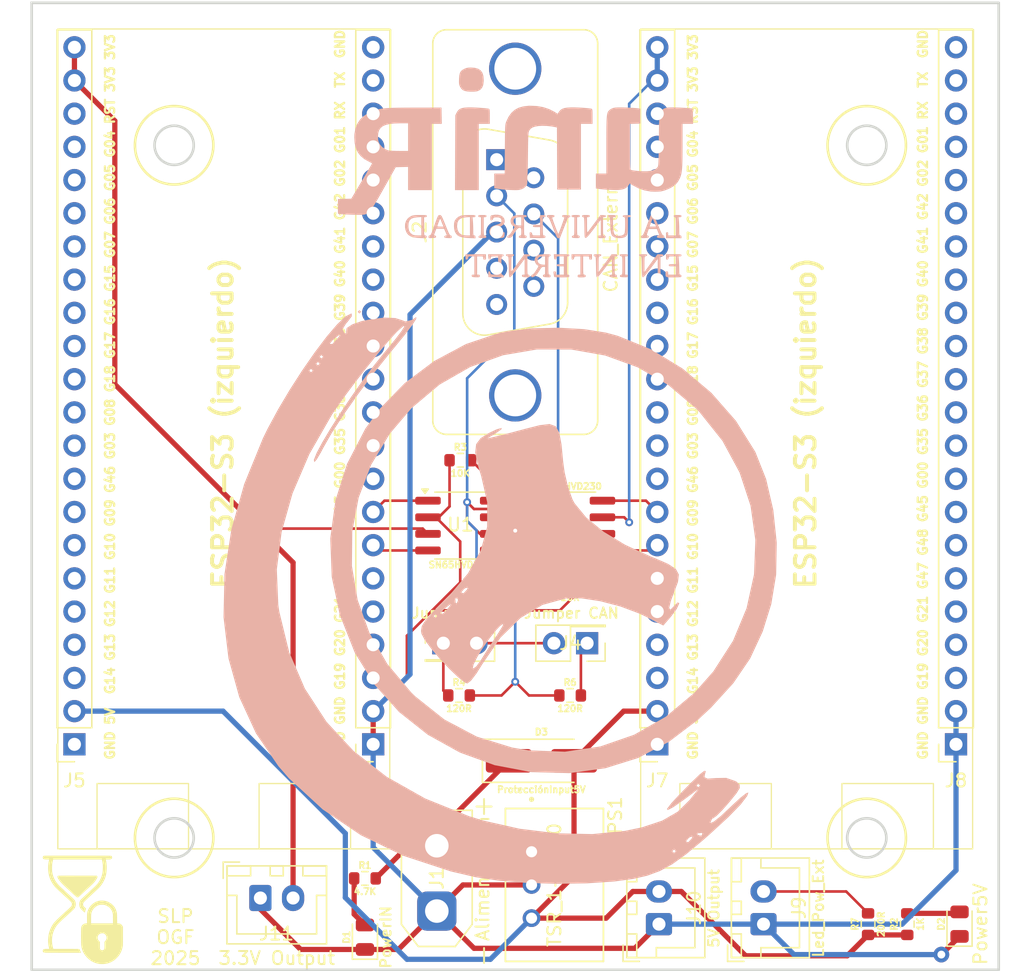
<source format=kicad_pcb>
(kicad_pcb (version 20241229) (generator "pcbnew") (generator_version "9.0")
  (title_block (title "TFM-OGF") (date "2025-05-12") (rev "1.0") (company "UNIR") (comment 1 "Autor: Óscar González Fuentes"))
  (layers (0 "F.Cu" signal) (2 "B.Cu" signal) (13 "F.Paste" user) (15 "B.Paste" user) (5 "F.SilkS" user "F.Silkscreen") (7 "B.SilkS" user "B.Silkscreen") (1 "F.Mask" user) (3 "B.Mask" user) (25 "Edge.Cuts" user))
  (net 0 "")
  (net 1 "GND")
  (net 2 "Net-(D1-A)")
  (net 3 "Net-(D2-A)")
  (net 4 "5V")
  (net 5 "Vin")
  (net 8 "CAN_High")
  (net 10 "CAN_Low")
  (net 14 "Net-(J3-Pin_1)")
  (net 15 "Net-(J4-Pin_1)")
  (net 16 "GND_1")
  (net 17 "GND_3")
  (net 18 "GND_2")
  (net 19 "Net-(U1-Rs)")
  (net 20 "Net-(U2-Rs)")
  (net 22 "3.3V_1")
  (net 24 "3.3V_2")
  (net 25 "G18_1")
  (net 26 "G07_1")
  (net 27 "G05_1")
  (net 28 "G13_1")
  (net 29 "G10_1")
  (net 30 "G12_1")
  (net 31 "RST_1")
  (net 32 "G14_1")
  (net 33 "G46_1")
  (net 34 "G04_1")
  (net 35 "G09_1")
  (net 36 "G03_1")
  (net 37 "G15_1")
  (net 38 "G17_1")
  (net 39 "G06_1")
  (net 40 "G11_1")
  (net 41 "G08_1")
  (net 42 "G16_1")
  (net 43 "RxCANIzq_G48_1")
  (net 44 "RX_1")
  (net 45 "G40_1")
  (net 46 "G42_1")
  (net 47 "G20_1")
  (net 48 "G00_1")
  (net 49 "G35_1")
  (net 50 "G19_1")
  (net 51 "G01_1")
  (net 52 "G41_1")
  (net 53 "G21_1")
  (net 54 "G37_1")
  (net 55 "TxCANIzq_G45_1")
  (net 56 "TX_1")
  (net 57 "G38_1")
  (net 58 "G47_1")
  (net 59 "G02_1")
  (net 60 "G39_1")
  (net 61 "G36_1")
  (net 62 "G12_2")
  (net 63 "G13_2")
  (net 64 "TxCANDer_G10_2")
  (net 65 "RST_2")
  (net 66 "G06_2")
  (net 67 "G15_2")
  (net 68 "G07_2")
  (net 69 "G14_2")
  (net 70 "G11_2")
  (net 71 "G04_2")
  (net 72 "G08_2")
  (net 73 "G17_2")
  (net 74 "G16_2")
  (net 75 "G46_2")
  (net 76 "G18_2")
  (net 77 "G03_2")
  (net 78 "G05_2")
  (net 79 "GND_4")
  (net 80 "G41_2")
  (net 81 "TX_2")
  (net 82 "G19_2")
  (net 83 "G01_2")
  (net 84 "G00_2")
  (net 85 "G02_2")
  (net 86 "G47_2")
  (net 87 "G35_2")
  (net 88 "G21_2")
  (net 89 "G40_2")
  (net 90 "G36_2")
  (net 91 "G39_2")
  (net 92 "G48_2")
  (net 93 "RX_2")
  (net 94 "G38_2")
  (net 95 "G42_2")
  (net 96 "G20_2")
  (net 97 "G37_2")
  (net 98 "G45_2")
  (net 99 "Net-(J9-Pin_2)")
  (net 100 "RxCANDer_G09_2")
  (footprint "Connector_PinHeader_2.54mm:PinHeader_2x01_P2.54mm_Vertical" (layer "F.Cu") (at 131.5 149)
    (property "Reference" "J3" (at 1.275 0 0) (layer "F.SilkS"))
    (property "Value" "Jumper CAN" (at 1.2 -2.3 0) (layer "F.SilkS") (effects (font (size 0.8 0.8))))
    (pad "1" thru_hole rect (at 0 0) (size 1.7 1.7) (drill 1) (layers "*.Cu" "*.Mask") (net 14 "Net-(J3-Pin_1)"))
    (pad "2" thru_hole circle (at 2.54 0) (size 1.7 1.7) (drill 1) (layers "*.Cu" "*.Mask") (net 10 "CAN_Low"))
  )
  (footprint "Connector_JST:JST_XH_B2B-XH-A_1x02_P2.50mm_Vertical" (layer "F.Cu") (at 148 170.5 90)
    (property "Reference" "J10" (at 1.25 2.68 90) (layer "F.SilkS"))
    (property "Value" "5V Output" (at 1.2 4.2 90) (layer "F.SilkS") (effects (font (size 0.8 0.8))))
    (pad "1" thru_hole roundrect (at 0 0 90) (size 1.7 2) (drill 1) (layers "*.Cu" "*.Mask") (roundrect_rratio 0.147059) (net 1 "GND"))
    (pad "2" thru_hole oval (at 2.5 0 90) (size 1.7 2) (drill 1) (layers "*.Cu" "*.Mask") (net 4 "5V"))
  )
  (footprint "Resistor_SMD:R_0603_1608Metric" (layer "F.Cu") (at 167 170.5 90)
    (property "Reference" "R2" (at 0 -1 90) (layer "F.SilkS") (effects (font (size 0.5 0.5) (thickness 0.125))))
    (property "Value" "1K" (at 0 1 90) (layer "F.SilkS") (effects (font (size 0.5 0.5) (thickness 0.125))))
    (pad "1" smd roundrect (at -0.825 0 90) (size 0.8 0.95) (layers "F.Cu" "F.Mask" "F.Paste") (net 4 "5V"))
    (pad "2" smd roundrect (at 0.825 0 90) (size 0.8 0.95) (layers "F.Cu" "F.Mask" "F.Paste") (net 3 "Net-(D2-A)"))
  )
  (footprint "LED_SMD:LED_0805_2012Metric" (layer "F.Cu") (at 171 170.5 90)
    (property "Reference" "D2" (at 0 -1.4 90) (layer "F.SilkS") (effects (font (size 0.5 0.5) (thickness 0.125))))
    (property "Value" "Power5V" (at 0 1.6 90) (layer "F.SilkS"))
    (pad "1" smd roundrect (at -0.9375 0 90) (size 0.975 1.4) (layers "F.Cu" "F.Mask" "F.Paste") (net 1 "GND"))
    (pad "2" smd roundrect (at 0.9375 0 90) (size 0.975 1.4) (layers "F.Cu" "F.Mask" "F.Paste") (net 3 "Net-(D2-A)"))
  )
  (footprint "Connector_PinSocket_2.54mm:PinSocket_1x22_P2.54mm_Vertical" (layer "F.Cu") (at 126.13 156.74 180)
    (property "Reference" "J6" (at 0 -2.77 0) (layer "F.SilkS"))
    (property "Value" "Lado derecho")
    (pad "1" thru_hole rect (at 0 0 180) (size 1.7 1.7) (drill 1) (layers "*.Cu" "*.Mask") (net 1 "GND"))
    (pad "2" thru_hole circle (at 0 2.54 180) (size 1.7 1.7) (drill 1) (layers "*.Cu" "*.Mask") (net 1 "GND"))
    (pad "3" thru_hole circle (at 0 5.08 180) (size 1.7 1.7) (drill 1) (layers "*.Cu" "*.Mask") (net 50 "G19_1"))
    (pad "4" thru_hole circle (at 0 7.62 180) (size 1.7 1.7) (drill 1) (layers "*.Cu" "*.Mask") (net 47 "G20_1"))
    (pad "5" thru_hole circle (at 0 10.16 180) (size 1.7 1.7) (drill 1) (layers "*.Cu" "*.Mask") (net 53 "G21_1"))
    (pad "6" thru_hole circle (at 0 12.7 180) (size 1.7 1.7) (drill 1) (layers "*.Cu" "*.Mask") (net 58 "G47_1"))
    (pad "7" thru_hole circle (at 0 15.24 180) (size 1.7 1.7) (drill 1) (layers "*.Cu" "*.Mask") (net 43 "RxCANIzq_G48_1"))
    (pad "8" thru_hole circle (at 0 17.78 180) (size 1.7 1.7) (drill 1) (layers "*.Cu" "*.Mask") (net 55 "TxCANIzq_G45_1"))
    (pad "9" thru_hole circle (at 0 20.32 180) (size 1.7 1.7) (drill 1) (layers "*.Cu" "*.Mask") (net 48 "G00_1"))
    (pad "10" thru_hole circle (at 0 22.86 180) (size 1.7 1.7) (drill 1) (layers "*.Cu" "*.Mask") (net 49 "G35_1"))
    (pad "11" thru_hole circle (at 0 25.4 180) (size 1.7 1.7) (drill 1) (layers "*.Cu" "*.Mask") (net 61 "G36_1"))
    (pad "12" thru_hole circle (at 0 27.94 180) (size 1.7 1.7) (drill 1) (layers "*.Cu" "*.Mask") (net 54 "G37_1"))
    (pad "13" thru_hole circle (at 0 30.48 180) (size 1.7 1.7) (drill 1) (layers "*.Cu" "*.Mask") (net 57 "G38_1"))
    (pad "14" thru_hole circle (at 0 33.02 180) (size 1.7 1.7) (drill 1) (layers "*.Cu" "*.Mask") (net 60 "G39_1"))
    (pad "15" thru_hole circle (at 0 35.56 180) (size 1.7 1.7) (drill 1) (layers "*.Cu" "*.Mask") (net 45 "G40_1"))
    (pad "16" thru_hole circle (at 0 38.1 180) (size 1.7 1.7) (drill 1) (layers "*.Cu" "*.Mask") (net 52 "G41_1"))
    (pad "17" thru_hole circle (at 0 40.64 180) (size 1.7 1.7) (drill 1) (layers "*.Cu" "*.Mask") (net 46 "G42_1"))
    (pad "18" thru_hole circle (at 0 43.18 180) (size 1.7 1.7) (drill 1) (layers "*.Cu" "*.Mask") (net 59 "G02_1"))
    (pad "19" thru_hole circle (at 0 45.72 180) (size 1.7 1.7) (drill 1) (layers "*.Cu" "*.Mask") (net 51 "G01_1"))
    (pad "20" thru_hole circle (at 0 48.26 180) (size 1.7 1.7) (drill 1) (layers "*.Cu" "*.Mask") (net 44 "RX_1"))
    (pad "21" thru_hole circle (at 0 50.8 180) (size 1.7 1.7) (drill 1) (layers "*.Cu" "*.Mask") (net 56 "TX_1"))
    (pad "22" thru_hole circle (at 0 53.34 180) (size 1.7 1.7) (drill 1) (layers "*.Cu" "*.Mask") (net 18 "GND_2"))
  )
  (footprint "Package_SO:SOIC-8_3.9x4.9mm_P1.27mm" (layer "F.Cu") (at 132.8 140)
    (property "Reference" "U1" (at 0 -0.065 0) (layer "F.SilkS"))
    (property "Value" "SN65HVD230" (at 0 3 0) (layer "F.SilkS") (effects (font (size 0.5 0.5) (thickness 0.125))))
    (pad "1" smd roundrect (at -2.475 -1.905) (size 1.95 0.6) (layers "F.Cu" "F.Mask" "F.Paste") (net 55 "TxCANIzq_G45_1"))
    (pad "2" smd roundrect (at -2.475 -0.635) (size 1.95 0.6) (layers "F.Cu" "F.Mask" "F.Paste") (net 1 "GND"))
    (pad "3" smd roundrect (at -2.475 0.635) (size 1.95 0.6) (layers "F.Cu" "F.Mask" "F.Paste") (net 22 "3.3V_1"))
    (pad "4" smd roundrect (at -2.475 1.905) (size 1.95 0.6) (layers "F.Cu" "F.Mask" "F.Paste") (net 43 "RxCANIzq_G48_1"))
    (pad "5" smd roundrect (at 2.475 1.905) (size 1.95 0.6) (layers "F.Cu" "F.Mask" "F.Paste"))
    (pad "6" smd roundrect (at 2.475 0.635) (size 1.95 0.6) (layers "F.Cu" "F.Mask" "F.Paste") (net 10 "CAN_Low"))
    (pad "7" smd roundrect (at 2.475 -0.635) (size 1.95 0.6) (layers "F.Cu" "F.Mask" "F.Paste") (net 8 "CAN_High"))
    (pad "8" smd roundrect (at 2.475 -1.905) (size 1.95 0.6) (layers "F.Cu" "F.Mask" "F.Paste") (net 19 "Net-(U1-Rs)"))
  )
  (footprint "Resistor_SMD:R_0603_1608Metric" (layer "F.Cu") (at 132.7 153)
    (property "Reference" "R4" (at 0 -1 0) (layer "F.SilkS") (effects (font (size 0.5 0.5) (thickness 0.125))))
    (property "Value" "120R" (at 0 1 0) (layer "F.SilkS") (effects (font (size 0.5 0.5) (thickness 0.125))))
    (pad "1" smd roundrect (at -0.825 0) (size 0.8 0.95) (layers "F.Cu" "F.Mask" "F.Paste") (net 14 "Net-(J3-Pin_1)"))
    (pad "2" smd roundrect (at 0.825 0) (size 0.8 0.95) (layers "F.Cu" "F.Mask" "F.Paste") (net 8 "CAN_High"))
  )
  (footprint "Connector_PinSocket_2.54mm:PinSocket_1x22_P2.54mm_Vertical" (layer "F.Cu") (at 147.87 156.74 180)
    (property "Reference" "J7" (at 0 -2.77 0) (layer "F.SilkS"))
    (property "Value" "Lado izquierdo")
    (pad "1" thru_hole rect (at 0 0 180) (size 1.7 1.7) (drill 1) (layers "*.Cu" "*.Mask") (net 17 "GND_3"))
    (pad "2" thru_hole circle (at 0 2.54 180) (size 1.7 1.7) (drill 1) (layers "*.Cu" "*.Mask") (net 4 "5V"))
    (pad "3" thru_hole circle (at 0 5.08 180) (size 1.7 1.7) (drill 1) (layers "*.Cu" "*.Mask") (net 69 "G14_2"))
    (pad "4" thru_hole circle (at 0 7.62 180) (size 1.7 1.7) (drill 1) (layers "*.Cu" "*.Mask") (net 63 "G13_2"))
    (pad "5" thru_hole circle (at 0 10.16 180) (size 1.7 1.7) (drill 1) (layers "*.Cu" "*.Mask") (net 62 "G12_2"))
    (pad "6" thru_hole circle (at 0 12.7 180) (size 1.7 1.7) (drill 1) (layers "*.Cu" "*.Mask") (net 70 "G11_2"))
    (pad "7" thru_hole circle (at 0 15.24 180) (size 1.7 1.7) (drill 1) (layers "*.Cu" "*.Mask") (net 64 "TxCANDer_G10_2"))
    (pad "8" thru_hole circle (at 0 17.78 180) (size 1.7 1.7) (drill 1) (layers "*.Cu" "*.Mask") (net 100 "RxCANDer_G09_2"))
    (pad "9" thru_hole circle (at 0 20.32 180) (size 1.7 1.7) (drill 1) (layers "*.Cu" "*.Mask") (net 75 "G46_2"))
    (pad "10" thru_hole circle (at 0 22.86 180) (size 1.7 1.7) (drill 1) (layers "*.Cu" "*.Mask") (net 77 "G03_2"))
    (pad "11" thru_hole circle (at 0 25.4 180) (size 1.7 1.7) (drill 1) (layers "*.Cu" "*.Mask") (net 72 "G08_2"))
    (pad "12" thru_hole circle (at 0 27.94 180) (size 1.7 1.7) (drill 1) (layers "*.Cu" "*.Mask") (net 76 "G18_2"))
    (pad "13" thru_hole circle (at 0 30.48 180) (size 1.7 1.7) (drill 1) (layers "*.Cu" "*.Mask") (net 73 "G17_2"))
    (pad "14" thru_hole circle (at 0 33.02 180) (size 1.7 1.7) (drill 1) (layers "*.Cu" "*.Mask") (net 74 "G16_2"))
    (pad "15" thru_hole circle (at 0 35.56 180) (size 1.7 1.7) (drill 1) (layers "*.Cu" "*.Mask") (net 67 "G15_2"))
    (pad "16" thru_hole circle (at 0 38.1 180) (size 1.7 1.7) (drill 1) (layers "*.Cu" "*.Mask") (net 68 "G07_2"))
    (pad "17" thru_hole circle (at 0 40.64 180) (size 1.7 1.7) (drill 1) (layers "*.Cu" "*.Mask") (net 66 "G06_2"))
    (pad "18" thru_hole circle (at 0 43.18 180) (size 1.7 1.7) (drill 1) (layers "*.Cu" "*.Mask") (net 78 "G05_2"))
    (pad "19" thru_hole circle (at 0 45.72 180) (size 1.7 1.7) (drill 1) (layers "*.Cu" "*.Mask") (net 71 "G04_2"))
    (pad "20" thru_hole circle (at 0 48.26 180) (size 1.7 1.7) (drill 1) (layers "*.Cu" "*.Mask") (net 65 "RST_2"))
    (pad "21" thru_hole circle (at 0 50.8 180) (size 1.7 1.7) (drill 1) (layers "*.Cu" "*.Mask") (net 24 "3.3V_2"))
    (pad "22" thru_hole circle (at 0 53.34 180) (size 1.7 1.7) (drill 1) (layers "*.Cu" "*.Mask") (net 24 "3.3V_2"))
  )
  (footprint "TSR_1-2450:CONV_TSR_1-2450" (layer "F.Cu") (at 140 167.5 -90)
    (property "Reference" "PS1" (at -5.31 -4.65 90) (layer "F.SilkS"))
    (property "Value" "TSR_1-2450" (at 0 0 270) (layer "F.SilkS"))
    (pad "1" thru_hole rect (at -2.54 1.75 270) (size 1.358 1.358) (drill 0.85) (layers "*.Cu" "*.Mask") (net 5 "Vin"))
    (pad "2" thru_hole circle (at 0 1.75 270) (size 1.358 1.358) (drill 0.85) (layers "*.Cu" "*.Mask") (net 1 "GND"))
    (pad "3" thru_hole circle (at 2.54 1.75 270) (size 1.358 1.358) (drill 0.85) (layers "*.Cu" "*.Mask") (net 4 "5V"))
  )
  (footprint "LOGO" (layer "F.Cu") (at 103.5 169.5)
    (property "Reference" "G2")
    (property "Value" "LOGO" (hide yes))
  )
  (footprint "Resistor_SMD:R_0603_1608Metric" (layer "F.Cu") (at 141.2 153)
    (property "Reference" "R6" (at 0 -1 0) (layer "F.SilkS") (effects (font (size 0.5 0.5) (thickness 0.125))))
    (property "Value" "120R" (at 0 1 0) (layer "F.SilkS") (effects (font (size 0.5 0.5) (thickness 0.125))))
    (pad "1" smd roundrect (at -0.825 0) (size 0.8 0.95) (layers "F.Cu" "F.Mask" "F.Paste") (net 8 "CAN_High"))
    (pad "2" smd roundrect (at 0.825 0) (size 0.8 0.95) (layers "F.Cu" "F.Mask" "F.Paste") (net 15 "Net-(J4-Pin_1)"))
  )
  (footprint "Connector_JST:JST_XH_B2B-XH-A_1x02_P2.50mm_Vertical" (layer "F.Cu") (at 117.5 168.5)
    (property "Reference" "J11" (at 1.23 2.73 0) (layer "F.SilkS"))
    (property "Value" "3.3V Output" (at 1.25 4.6 0) (layer "F.SilkS"))
    (pad "1" thru_hole roundrect (at 0 0) (size 1.7 2) (drill 1) (layers "*.Cu" "*.Mask") (roundrect_rratio 0.147059) (net 1 "GND"))
    (pad "2" thru_hole oval (at 2.5 0) (size 1.7 2) (drill 1) (layers "*.Cu" "*.Mask") (net 22 "3.3V_1"))
  )
  (footprint "Resistor_SMD:R_0603_1608Metric" (layer "F.Cu") (at 125.5 167)
    (property "Reference" "R1" (at 0 -1 0) (layer "F.SilkS") (effects (font (size 0.5 0.5) (thickness 0.125))))
    (property "Value" "4.7K" (at 0 1 0) (layer "F.SilkS") (effects (font (size 0.5 0.5) (thickness 0.125))))
    (pad "1" smd roundrect (at -0.825 0) (size 0.8 0.95) (layers "F.Cu" "F.Mask" "F.Paste") (net 2 "Net-(D1-A)"))
    (pad "2" smd roundrect (at 0.825 0) (size 0.8 0.95) (layers "F.Cu" "F.Mask" "F.Paste") (net 5 "Vin"))
  )
  (footprint "Connector_AMASS:AMASS_XT30UPB-M_1x02_P5.0mm_Vertical" (layer "F.Cu") (at 131 169.5 90)
    (property "Reference" "J1" (at 2.5 0 90) (layer "F.SilkS"))
    (property "Value" "Alimentación" (at 2.5 3.5 90) (layer "F.SilkS"))
    (fp_text user "-" (at -3.4 3.5 90) (layer "F.SilkS") (effects (font (size 1.5 1.5))))
    (fp_text user "+" (at 8 3.5 90) (layer "F.SilkS") (effects (font (size 1.5 1.5))))
    (pad "1" thru_hole roundrect (at 0 0 90) (size 3 3) (drill 1.8) (layers "*.Cu" "*.Mask") (net 1 "GND"))
    (pad "2" thru_hole circle (at 5 0 90) (size 3 3) (drill 1.8) (layers "*.Cu" "*.Mask") (net 5 "Vin"))
  )
  (footprint "LED_SMD:LED_0805_2012Metric" (layer "F.Cu") (at 125.5 171.5 90)
    (property "Reference" "D1" (at 0 -1.4 90) (layer "F.SilkS") (effects (font (size 0.5 0.5) (thickness 0.125))))
    (property "Value" "PowerIN" (at 0 1.6 90) (layer "F.SilkS") (effects (font (size 0.8 0.8))))
    (pad "1" smd roundrect (at -0.9375 0 90) (size 0.975 1.4) (layers "F.Cu" "F.Mask" "F.Paste") (net 1 "GND"))
    (pad "2" smd roundrect (at 0.9375 0 90) (size 0.975 1.4) (layers "F.Cu" "F.Mask" "F.Paste") (net 2 "Net-(D1-A)"))
  )
  (footprint "Package_SO:SOIC-8_3.9x4.9mm_P1.27mm" (layer "F.Cu") (at 141.2 140 180)
    (property "Reference" "U2" (at 0 -0.065 0) (layer "F.SilkS"))
    (property "Value" "SN65HVD230" (at 0 3 0) (layer "F.SilkS") (effects (font (size 0.5 0.5) (thickness 0.125))))
    (pad "1" smd roundrect (at -2.475 -1.905 180) (size 1.95 0.6) (layers "F.Cu" "F.Mask" "F.Paste") (net 64 "TxCANDer_G10_2"))
    (pad "2" smd roundrect (at -2.475 -0.635 180) (size 1.95 0.6) (layers "F.Cu" "F.Mask" "F.Paste") (net 1 "GND"))
    (pad "3" smd roundrect (at -2.475 0.635 180) (size 1.95 0.6) (layers "F.Cu" "F.Mask" "F.Paste") (net 24 "3.3V_2"))
    (pad "4" smd roundrect (at -2.475 1.905 180) (size 1.95 0.6) (layers "F.Cu" "F.Mask" "F.Paste") (net 100 "RxCANDer_G09_2"))
    (pad "5" smd roundrect (at 2.475 1.905 180) (size 1.95 0.6) (layers "F.Cu" "F.Mask" "F.Paste"))
    (pad "6" smd roundrect (at 2.475 0.635 180) (size 1.95 0.6) (layers "F.Cu" "F.Mask" "F.Paste") (net 10 "CAN_Low"))
    (pad "7" smd roundrect (at 2.475 -0.635 180) (size 1.95 0.6) (layers "F.Cu" "F.Mask" "F.Paste") (net 8 "CAN_High"))
    (pad "8" smd roundrect (at 2.475 -1.905 180) (size 1.95 0.6) (layers "F.Cu" "F.Mask" "F.Paste") (net 20 "Net-(U2-Rs)"))
  )
  (footprint "Connector_JST:JST_XH_B2B-XH-A_1x02_P2.50mm_Vertical" (layer "F.Cu") (at 156 170.5 90)
    (property "Reference" "J9" (at 1.25 2.71 90) (layer "F.SilkS"))
    (property "Value" "Led_Pow_Ext" (at 1.2 4.2 90) (layer "F.SilkS") (effects (font (size 0.8 0.8))))
    (pad "1" thru_hole roundrect (at 0 0 90) (size 1.7 2) (drill 1) (layers "*.Cu" "*.Mask") (roundrect_rratio 0.147059) (net 1 "GND"))
    (pad "2" thru_hole oval (at 2.5 0 90) (size 1.7 2) (drill 1) (layers "*.Cu" "*.Mask") (net 99 "Net-(J9-Pin_2)"))
  )
  (footprint "Connector_Dsub:DSUB-9_Socket_Vertical_P2.77x2.84mm_MountingHoles" (layer "F.Cu") (at 135.58 112 90)
    (property "Reference" "J2" (at -5.54 -5.89 90) (layer "F.SilkS"))
    (property "Value" "CAN_Externo" (at -5.54 8.73 90) (layer "F.SilkS"))
    (pad "0" thru_hole circle (at -18.04 1.42 90) (size 4 4) (drill 3.2) (layers "*.Cu" "*.Mask"))
    (pad "0" thru_hole circle (at 6.96 1.42 90) (size 4 4) (drill 3.2) (layers "*.Cu" "*.Mask"))
    (pad "1" thru_hole rect (at 0 0 90) (size 1.6 1.6) (drill 1) (layers "*.Cu" "*.Mask"))
    (pad "2" thru_hole circle (at -2.77 0 90) (size 1.6 1.6) (drill 1) (layers "*.Cu" "*.Mask") (net 10 "CAN_Low"))
    (pad "3" thru_hole circle (at -5.54 0 90) (size 1.6 1.6) (drill 1) (layers "*.Cu" "*.Mask") (net 1 "GND"))
    (pad "4" thru_hole circle (at -8.31 0 90) (size 1.6 1.6) (drill 1) (layers "*.Cu" "*.Mask"))
    (pad "5" thru_hole circle (at -11.08 0 90) (size 1.6 1.6) (drill 1) (layers "*.Cu" "*.Mask"))
    (pad "6" thru_hole circle (at -1.385 2.84 90) (size 1.6 1.6) (drill 1) (layers "*.Cu" "*.Mask"))
    (pad "7" thru_hole circle (at -4.155 2.84 90) (size 1.6 1.6) (drill 1) (layers "*.Cu" "*.Mask") (net 8 "CAN_High"))
    (pad "8" thru_hole circle (at -6.925 2.84 90) (size 1.6 1.6) (drill 1) (layers "*.Cu" "*.Mask"))
    (pad "9" thru_hole circle (at -9.695 2.84 90) (size 1.6 1.6) (drill 1) (layers "*.Cu" "*.Mask"))
  )
  (footprint "Resistor_SMD:R_0603_1608Metric" (layer "F.Cu") (at 132.8 135)
    (property "Reference" "R3" (at 0 -1 0) (layer "F.SilkS") (effects (font (size 0.5 0.5) (thickness 0.125))))
    (property "Value" "10K" (at 0 1 0) (layer "F.SilkS") (effects (font (size 0.5 0.5) (thickness 0.125))))
    (pad "1" smd roundrect (at -0.825 0) (size 0.8 0.95) (layers "F.Cu" "F.Mask" "F.Paste") (net 1 "GND"))
    (pad "2" smd roundrect (at 0.825 0) (size 0.8 0.95) (layers "F.Cu" "F.Mask" "F.Paste") (net 19 "Net-(U1-Rs)"))
  )
  (footprint "Diode_SMD:D_SMA_Handsoldering" (layer "F.Cu") (at 139 158)
    (property "Reference" "D3" (at 0 -2.2 0) (layer "F.SilkS") (effects (font (size 0.5 0.5) (thickness 0.125))))
    (property "Value" "ProtecciónInput5V" (at 0 2.2 0) (layer "F.SilkS") (effects (font (size 0.5 0.5) (thickness 0.125))))
    (pad "1" smd roundrect (at -2.5 0) (size 3.5 1.8) (layers "F.Cu" "F.Mask" "F.Paste") (roundrect_rratio 0.1388888889) (net 5 "Vin"))
    (pad "2" smd roundrect (at 2.5 0) (size 3.5 1.8) (layers "F.Cu" "F.Mask" "F.Paste") (roundrect_rratio 0.1388888889) (net 4 "5V"))
  )
  (footprint "Connector_PinSocket_2.54mm:PinSocket_1x22_P2.54mm_Vertical" (layer "F.Cu") (at 170.73 156.74 180)
    (property "Reference" "J8" (at 0 -2.77 0) (layer "F.SilkS"))
    (property "Value" "Lado derecho")
    (pad "1" thru_hole rect (at 0 0 180) (size 1.7 1.7) (drill 1) (layers "*.Cu" "*.Mask") (net 1 "GND"))
    (pad "2" thru_hole circle (at 0 2.54 180) (size 1.7 1.7) (drill 1) (layers "*.Cu" "*.Mask") (net 1 "GND"))
    (pad "3" thru_hole circle (at 0 5.08 180) (size 1.7 1.7) (drill 1) (layers "*.Cu" "*.Mask") (net 82 "G19_2"))
    (pad "4" thru_hole circle (at 0 7.62 180) (size 1.7 1.7) (drill 1) (layers "*.Cu" "*.Mask") (net 96 "G20_2"))
    (pad "5" thru_hole circle (at 0 10.16 180) (size 1.7 1.7) (drill 1) (layers "*.Cu" "*.Mask") (net 88 "G21_2"))
    (pad "6" thru_hole circle (at 0 12.7 180) (size 1.7 1.7) (drill 1) (layers "*.Cu" "*.Mask") (net 86 "G47_2"))
    (pad "7" thru_hole circle (at 0 15.24 180) (size 1.7 1.7) (drill 1) (layers "*.Cu" "*.Mask") (net 92 "G48_2"))
    (pad "8" thru_hole circle (at 0 17.78 180) (size 1.7 1.7) (drill 1) (layers "*.Cu" "*.Mask") (net 98 "G45_2"))
    (pad "9" thru_hole circle (at 0 20.32 180) (size 1.7 1.7) (drill 1) (layers "*.Cu" "*.Mask") (net 84 "G00_2"))
    (pad "10" thru_hole circle (at 0 22.86 180) (size 1.7 1.7) (drill 1) (layers "*.Cu" "*.Mask") (net 87 "G35_2"))
    (pad "11" thru_hole circle (at 0 25.4 180) (size 1.7 1.7) (drill 1) (layers "*.Cu" "*.Mask") (net 90 "G36_2"))
    (pad "12" thru_hole circle (at 0 27.94 180) (size 1.7 1.7) (drill 1) (layers "*.Cu" "*.Mask") (net 97 "G37_2"))
    (pad "13" thru_hole circle (at 0 30.48 180) (size 1.7 1.7) (drill 1) (layers "*.Cu" "*.Mask") (net 94 "G38_2"))
    (pad "14" thru_hole circle (at 0 33.02 180) (size 1.7 1.7) (drill 1) (layers "*.Cu" "*.Mask") (net 91 "G39_2"))
    (pad "15" thru_hole circle (at 0 35.56 180) (size 1.7 1.7) (drill 1) (layers "*.Cu" "*.Mask") (net 89 "G40_2"))
    (pad "16" thru_hole circle (at 0 38.1 180) (size 1.7 1.7) (drill 1) (layers "*.Cu" "*.Mask") (net 80 "G41_2"))
    (pad "17" thru_hole circle (at 0 40.64 180) (size 1.7 1.7) (drill 1) (layers "*.Cu" "*.Mask") (net 95 "G42_2"))
    (pad "18" thru_hole circle (at 0 43.18 180) (size 1.7 1.7) (drill 1) (layers "*.Cu" "*.Mask") (net 85 "G02_2"))
    (pad "19" thru_hole circle (at 0 45.72 180) (size 1.7 1.7) (drill 1) (layers "*.Cu" "*.Mask") (net 83 "G01_2"))
    (pad "20" thru_hole circle (at 0 48.26 180) (size 1.7 1.7) (drill 1) (layers "*.Cu" "*.Mask") (net 93 "RX_2"))
    (pad "21" thru_hole circle (at 0 50.8 180) (size 1.7 1.7) (drill 1) (layers "*.Cu" "*.Mask") (net 81 "TX_2"))
    (pad "22" thru_hole circle (at 0 53.34 180) (size 1.7 1.7) (drill 1) (layers "*.Cu" "*.Mask") (net 79 "GND_4"))
  )
  (footprint "Resistor_SMD:R_0603_1608Metric" (layer "F.Cu") (at 164 170.5 90)
    (property "Reference" "R7" (at 0 -1 90) (layer "F.SilkS") (effects (font (size 0.5 0.5) (thickness 0.125))))
    (property "Value" "200R" (at 0 1 90) (layer "F.SilkS") (effects (font (size 0.5 0.5) (thickness 0.125))))
    (pad "1" smd roundrect (at -0.825 0 90) (size 0.8 0.95) (layers "F.Cu" "F.Mask" "F.Paste") (net 4 "5V"))
    (pad "2" smd roundrect (at 0.825 0 90) (size 0.8 0.95) (layers "F.Cu" "F.Mask" "F.Paste") (net 99 "Net-(J9-Pin_2)"))
  )
  (footprint "Connector_PinHeader_2.54mm:PinHeader_2x01_P2.54mm_Vertical" (layer "F.Cu") (at 142.5 149 180)
    (property "Reference" "J4" (at 1.275 0 0) (layer "F.SilkS"))
    (property "Value" "Jumper CAN" (at 1.2 2.3 0) (layer "F.SilkS") (effects (font (size 0.8 0.8))))
    (pad "1" thru_hole rect (at 0 0 180) (size 1.7 1.7) (drill 1) (layers "*.Cu" "*.Mask") (net 15 "Net-(J4-Pin_1)"))
    (pad "2" thru_hole circle (at 2.54 0 180) (size 1.7 1.7) (drill 1) (layers "*.Cu" "*.Mask") (net 10 "CAN_Low"))
  )
  (footprint "Resistor_SMD:R_0603_1608Metric" (layer "F.Cu") (at 141.2 144.5)
    (property "Reference" "R5" (at 0 -1 0) (layer "F.SilkS") (effects (font (size 0.5 0.5) (thickness 0.125))))
    (property "Value" "10K" (at 0 1 0) (layer "F.SilkS") (effects (font (size 0.5 0.5) (thickness 0.125))))
    (pad "1" smd roundrect (at -0.825 0) (size 0.8 0.95) (layers "F.Cu" "F.Mask" "F.Paste") (net 20 "Net-(U2-Rs)"))
    (pad "2" smd roundrect (at 0.825 0) (size 0.8 0.95) (layers "F.Cu" "F.Mask" "F.Paste") (net 1 "GND"))
  )
  (footprint "Connector_PinSocket_2.54mm:PinSocket_1x22_P2.54mm_Vertical" (layer "F.Cu") (at 103.27 156.74 180)
    (property "Reference" "J5" (at 0 -2.77 0) (layer "F.SilkS"))
    (property "Value" "Lado izquierdo")
    (pad "1" thru_hole rect (at 0 0 180) (size 1.7 1.7) (drill 1) (layers "*.Cu" "*.Mask") (net 16 "GND_1"))
    (pad "2" thru_hole circle (at 0 2.54 180) (size 1.7 1.7) (drill 1) (layers "*.Cu" "*.Mask") (net 4 "5V"))
    (pad "3" thru_hole circle (at 0 5.08 180) (size 1.7 1.7) (drill 1) (layers "*.Cu" "*.Mask") (net 32 "G14_1"))
    (pad "4" thru_hole circle (at 0 7.62 180) (size 1.7 1.7) (drill 1) (layers "*.Cu" "*.Mask") (net 28 "G13_1"))
    (pad "5" thru_hole circle (at 0 10.16 180) (size 1.7 1.7) (drill 1) (layers "*.Cu" "*.Mask") (net 30 "G12_1"))
    (pad "6" thru_hole circle (at 0 12.7 180) (size 1.7 1.7) (drill 1) (layers "*.Cu" "*.Mask") (net 40 "G11_1"))
    (pad "7" thru_hole circle (at 0 15.24 180) (size 1.7 1.7) (drill 1) (layers "*.Cu" "*.Mask") (net 29 "G10_1"))
    (pad "8" thru_hole circle (at 0 17.78 180) (size 1.7 1.7) (drill 1) (layers "*.Cu" "*.Mask") (net 35 "G09_1"))
    (pad "9" thru_hole circle (at 0 20.32 180) (size 1.7 1.7) (drill 1) (layers "*.Cu" "*.Mask") (net 33 "G46_1"))
    (pad "10" thru_hole circle (at 0 22.86 180) (size 1.7 1.7) (drill 1) (layers "*.Cu" "*.Mask") (net 36 "G03_1"))
    (pad "11" thru_hole circle (at 0 25.4 180) (size 1.7 1.7) (drill 1) (layers "*.Cu" "*.Mask") (net 41 "G08_1"))
    (pad "12" thru_hole circle (at 0 27.94 180) (size 1.7 1.7) (drill 1) (layers "*.Cu" "*.Mask") (net 25 "G18_1"))
    (pad "13" thru_hole circle (at 0 30.48 180) (size 1.7 1.7) (drill 1) (layers "*.Cu" "*.Mask") (net 38 "G17_1"))
    (pad "14" thru_hole circle (at 0 33.02 180) (size 1.7 1.7) (drill 1) (layers "*.Cu" "*.Mask") (net 42 "G16_1"))
    (pad "15" thru_hole circle (at 0 35.56 180) (size 1.7 1.7) (drill 1) (layers "*.Cu" "*.Mask") (net 37 "G15_1"))
    (pad "16" thru_hole circle (at 0 38.1 180) (size 1.7 1.7) (drill 1) (layers "*.Cu" "*.Mask") (net 26 "G07_1"))
    (pad "17" thru_hole circle (at 0 40.64 180) (size 1.7 1.7) (drill 1) (layers "*.Cu" "*.Mask") (net 39 "G06_1"))
    (pad "18" thru_hole circle (at 0 43.18 180) (size 1.7 1.7) (drill 1) (layers "*.Cu" "*.Mask") (net 27 "G05_1"))
    (pad "19" thru_hole circle (at 0 45.72 180) (size 1.7 1.7) (drill 1) (layers "*.Cu" "*.Mask") (net 34 "G04_1"))
    (pad "20" thru_hole circle (at 0 48.26 180) (size 1.7 1.7) (drill 1) (layers "*.Cu" "*.Mask") (net 31 "RST_1"))
    (pad "21" thru_hole circle (at 0 50.8 180) (size 1.7 1.7) (drill 1) (layers "*.Cu" "*.Mask") (net 22 "3.3V_1"))
    (pad "22" thru_hole circle (at 0 53.34 180) (size 1.7 1.7) (drill 1) (layers "*.Cu" "*.Mask") (net 22 "3.3V_1"))
  )
  (footprint "LOGO" (layer "B.Cu") (at 135 146 180)
    (property "Reference" "G1" (at 0 0 0) (layer "B.SilkS") (effects (font (size 1.5 1.5) (thickness 0.3)) (justify mirror)))
    (property "Value" "LOGO" (hide yes))
  )
  (footprint "LOGO" (layer "B.Cu") (at 137 113 180)
    (property "Reference" "G3")
    (property "Value" "LOGO" (hide yes))
  )
  (gr_rect (start 146.6 102) (end 172 164.74) (stroke (width 0.1)) (fill no) (layer "F.SilkS"))
  (gr_rect (start 102 102) (end 127.4 164.74) (stroke (width 0.1)) (fill no) (layer "F.SilkS"))
  (gr_rect (start 105 159.74) (end 112 164.74) (stroke (width 0.1)) (fill no) (layer "F.SilkS"))
  (gr_rect (start 162 159.74) (end 169 164.74) (stroke (width 0.1)) (fill no) (layer "F.SilkS"))
  (gr_circle (center 110.9 163.9) (end 113.9 163.9) (stroke (width 0.2)) (fill no) (layer "F.SilkS"))
  (gr_circle (center 163.9 163.9) (end 166.9 163.9) (stroke (width 0.2)) (fill no) (layer "F.SilkS"))
  (gr_circle (center 110.9 110.9) (end 113.9 110.9) (stroke (width 0.2)) (fill no) (layer "F.SilkS"))
  (gr_rect (start 149.6 159.74) (end 156.6 164.74) (stroke (width 0.1)) (fill no) (layer "F.SilkS"))
  (gr_rect (start 117.4 159.74) (end 124.4 164.74) (stroke (width 0.1)) (fill no) (layer "F.SilkS"))
  (gr_circle (center 163.9 110.9) (end 166.9 110.9) (stroke (width 0.2)) (fill no) (layer "F.SilkS"))
  (gr_circle (center 110.9 163.9) (end 112.4 163.9) (stroke (width 0.2)) (fill no) (layer "Edge.Cuts"))
  (gr_circle (center 110.9 110.9) (end 112.4 110.9) (stroke (width 0.2)) (fill no) (layer "Edge.Cuts"))
  (gr_circle (center 163.9 163.9) (end 165.4 163.9) (stroke (width 0.2)) (fill no) (layer "Edge.Cuts"))
  (gr_rect (start 100 100) (end 174 174) (stroke (width 0.2)) (fill no) (layer "Edge.Cuts"))
  (gr_circle (center 163.9 110.9) (end 165.4 110.9) (stroke (width 0.2)) (fill no) (layer "Edge.Cuts"))
  (gr_text "GND GND G19 G20 G21 G47 G48 G45 G00 G35 G36 G37 G38 G39 G40 G41 G42 G02 G01 RX  TX  GND" (at 168.6 158 90) (layer "F.SilkS") (effects (font (size 0.7 0.7) (thickness 0.175) (bold yes)) (justify left bottom)))
  (gr_text "ESP32-S3 (izquierdo)" (at 160.1 145 90) (layer "F.SilkS") (effects (font (size 1.5 1.5) (thickness 0.3) (bold yes)) (justify left bottom)))
  (gr_text "GND 5V  G14 G13 G12 G11 G10 G09 G46 G03 G08 G18 G17 G16 G15 G07 G06 G05 G04 RST 3V3 3V3" (at 151 158 90) (layer "F.SilkS") (effects (font (size 0.7 0.7) (thickness 0.175) (bold yes)) (justify left bottom)))
  (gr_text "SLP\nOGF\n2025" (at 111 171.5 0) (layer "F.SilkS") (effects (font (size 1 1))))
  (gr_text "GND 5V  G14 G13 G12 G11 G10 G09 G46 G03 G08 G18 G17 G16 G15 G07 G06 G05 G04 RST 3V3 3V3" (at 106.4 158 90) (layer "F.SilkS") (effects (font (size 0.7 0.7) (thickness 0.175) (bold yes)) (justify left bottom)))
  (gr_text "GND GND G19 G20 G21 G47 G48 G45 G00 G35 G36 G37 G38 G39 G40 G41 G42 G02 G01 RX  TX  GND" (at 124 158 90) (layer "F.SilkS") (effects (font (size 0.7 0.7) (thickness 0.175) (bold yes)) (justify left bottom)))
  (gr_text "ESP32-S3 (izquierdo)" (at 115.5 145 90) (layer "F.SilkS") (effects (font (size 1.5 1.5) (thickness 0.3) (bold yes)) (justify left bottom)))
  (segment (start 130.9292 139.365) (end 132.79 141.2258) (width 0.2) (layer "F.Cu") (net 1))
  (segment (start 130.5415 139.365) (end 130.325 139.365) (width 0.2) (layer "F.Cu") (net 1))
  (segment (start 142.025 144.885) (end 140.42 146.49) (width 0.2) (layer "F.Cu") (net 1))
  (segment (start 133.85 172.35) (end 146.15 172.35) (width 0.4) (layer "F.Cu") (net 1))
  (segment (start 169.60875 172.82875) (end 171 171.4375) (width 0.4) (layer "F.Cu") (net 1))
  (segment (start 143.675 140.635) (end 142.895 140.635) (width 0.2) (layer "F.Cu") (net 1))
  (segment (start 131 169.5) (end 133.85 172.35) (width 0.4) (layer "F.Cu") (net 1))
  (segment (start 142.025 141.505) (end 142.025 144.5) (width 0.2) (layer "F.Cu") (net 1))
  (segment (start 138.25 167.5) (end 133 167.5) (width 0.4) (layer "F.Cu") (net 1))
  (segment (start 128.0625 172.4375) (end 125.5 172.4375) (width 0.4) (layer "F.Cu") (net 1))
  (segment (start 128.71 148.43) (end 128.71 151.62) (width 0.2) (layer "F.Cu") (net 1))
  (segment (start 133 167.5) (end 131 169.5) (width 0.4) (layer "F.Cu") (net 1))
  (segment (start 117.5 169.36) (end 120.5775 172.4375) (width 0.4) (layer "F.Cu") (net 1))
  (segment (start 132.79 144.35) (end 130.65 146.49) (width 0.2) (layer "F.Cu") (net 1))
  (segment (start 128.71 151.62) (end 126.13 154.2) (width 0.2) (layer "F.Cu") (net 1))
  (segment (start 146.15 172.35) (end 148 170.5) (width 0.4) (layer "F.Cu") (net 1))
  (segment (start 130.5415 139.365) (end 130.9292 139.365) (width 0.2) (layer "F.Cu") (net 1))
  (segment (start 142.895 140.635) (end 142.025 141.505) (width 0.2) (layer "F.Cu") (net 1))
  (segment (start 142.025 144.5) (end 142.025 144.885) (width 0.2) (layer "F.Cu") (net 1))
  (segment (start 132.79 141.2258) (end 132.79 144.35) (width 0.2) (layer "F.Cu") (net 1))
  (segment (start 131 169.5) (end 128.0625 172.4375) (width 0.4) (layer "F.Cu") (net 1))
  (segment (start 131.975 138.535) (end 131.145 139.365) (width 0.2) (layer "F.Cu") (net 1))
  (segment (start 120.5775 172.4375) (end 125.5 172.4375) (width 0.4) (layer "F.Cu") (net 1))
  (segment (start 126.13 156.74) (end 126.13 154.2) (width 0.4) (layer "F.Cu") (net 1))
  (segment (start 131.975 135) (end 131.975 138.535) (width 0.2) (layer "F.Cu") (net 1))
  (segment (start 140.42 146.49) (end 130.65 146.49) (width 0.2) (layer "F.Cu") (net 1))
  (segment (start 117.5 168.5) (end 117.5 169.36) (width 0.4) (layer "F.Cu") (net 1))
  (segment (start 131.145 139.365) (end 130.5415 139.365) (width 0.2) (layer "F.Cu") (net 1))
  (segment (start 130.65 146.49) (end 128.71 148.43) (width 0.2) (layer "F.Cu") (net 1))
  (via (at 169.60875 172.82875) (size 1.2) (drill 0.6) (layers "F.Cu" "B.Cu") (net 1))
  (segment (start 158.32875 172.82875) (end 156 170.5) (width 0.4) (layer "B.Cu") (net 1))
  (segment (start 126.13 164.63) (end 126.13 156.74) (width 0.4) (layer "B.Cu") (net 1))
  (segment (start 135.58 117.54) (end 135.27 117.54) (width 0.4) (layer "B.Cu") (net 1))
  (segment (start 135.27 117.54) (end 128.95 123.86) (width 0.4) (layer "B.Cu") (net 1))
  (segment (start 169.60875 172.82875) (end 158.32875 172.82875) (width 0.4) (layer "B.Cu") (net 1))
  (segment (start 128.95 123.86) (end 128.95 151.38) (width 0.4) (layer "B.Cu") (net 1))
  (segment (start 170.73 156.74) (end 170.73 166.38) (width 0.4) (layer "B.Cu") (net 1))
  (segment (start 131 169.5) (end 126.13 164.63) (width 0.4) (layer "B.Cu") (net 1))
  (segment (start 128.95 151.38) (end 126.13 154.2) (width 0.4) (layer "B.Cu") (net 1))
  (segment (start 170.73 166.38) (end 166.61 170.5) (width 0.4) (layer "B.Cu") (net 1))
  (segment (start 170.73 156.74) (end 170.73 154.2) (width 0.4) (layer "B.Cu") (net 1))
  (segment (start 148 170.5) (end 156 170.5) (width 0.4) (layer "B.Cu") (net 1))
  (segment (start 166.61 170.5) (end 156 170.5) (width 0.4) (layer "B.Cu") (net 1))
  (segment (start 124.675 167) (end 124.675 169.7375) (width 0.4) (layer "F.Cu") (net 2))
  (segment (start 124.675 169.7375) (end 125.5 170.5625) (width 0.4) (layer "F.Cu") (net 2))
  (segment (start 167 169.675) (end 170.8875 169.675) (width 0.4) (layer "F.Cu") (net 3))
  (segment (start 170.8875 169.675) (end 171 169.5625) (width 0.2) (layer "F.Cu") (net 3))
  (segment (start 146 168) (end 148 168) (width 0.4) (layer "F.Cu") (net 4))
  (segment (start 147.87 154.2) (end 145.3 154.2) (width 0.4) (layer "F.Cu") (net 4))
  (segment (start 148 168) (end 149.71 168) (width 0.4) (layer "F.Cu") (net 4))
  (segment (start 164 171.325) (end 167 171.325) (width 0.4) (layer "F.Cu") (net 4))
  (segment (start 154.63 172.92) (end 162.405 172.92) (width 0.4) (layer "F.Cu") (net 4))
  (segment (start 143.96 170.04) (end 146 168) (width 0.4) (layer "F.Cu") (net 4))
  (segment (start 149.71 168) (end 154.63 172.92) (width 0.4) (layer "F.Cu") (net 4))
  (segment (start 162.405 172.92) (end 164 171.325) (width 0.4) (layer "F.Cu") (net 4))
  (segment (start 145.3 154.2) (end 141.5 158) (width 0.4) (layer "F.Cu") (net 4))
  (segment (start 138.25 170.04) (end 143.96 170.04) (width 0.4) (layer "F.Cu") (net 4))
  (segment (start 138.25 170.04) (end 141.5 166.79) (width 0.4) (layer "F.Cu") (net 4))
  (segment (start 141.5 166.79) (end 141.5 158) (width 0.4) (layer "F.Cu") (net 4))
  (segment (start 124 168.47) (end 124 163.56) (width 0.4) (layer "B.Cu") (net 4))
  (segment (start 135.1 173.19) (end 128.72 173.19) (width 0.4) (layer "B.Cu") (net 4))
  (segment (start 138.25 170.04) (end 135.1 173.19) (width 0.4) (layer "B.Cu") (net 4))
  (segment (start 124 163.56) (end 114.64 154.2) (width 0.4) (layer "B.Cu") (net 4))
  (segment (start 114.64 154.2) (end 103.27 154.2) (width 0.4) (layer "B.Cu") (net 4))
  (segment (start 128.72 173.19) (end 124 168.47) (width 0.4) (layer "B.Cu") (net 4))
  (segment (start 131.46 164.96) (end 131 164.5) (width 0.4) (layer "F.Cu") (net 5))
  (segment (start 131 163.5) (end 131 164.5) (width 0.4) (layer "F.Cu") (net 5))
  (segment (start 131 164.5) (end 128.825 164.5) (width 0.4) (layer "F.Cu") (net 5))
  (segment (start 128.825 164.5) (end 126.325 167) (width 0.4) (layer "F.Cu") (net 5))
  (segment (start 138.25 164.96) (end 131.46 164.96) (width 0.4) (layer "F.Cu") (net 5))
  (segment (start 136.5 158) (end 131 163.5) (width 0.4) (layer "F.Cu") (net 5))
  (segment (start 137 140.39) (end 138.48 140.39) (width 0.2) (layer "F.Cu") (net 8))
  (segment (start 137 151.95) (end 138.05 153) (width 0.2) (layer "F.Cu") (net 8))
  (segment (start 135.275 139.365) (end 135.975 139.365) (width 0.2) (layer "F.Cu") (net 8))
  (segment (start 135.975 139.365) (end 137 140.39) (width 0.2) (layer "F.Cu") (net 8))
  (segment (start 135.95 153) (end 133.525 153) (width 0.2) (layer "F.Cu") (net 8))
  (segment (start 138.48 140.39) (end 138.725 140.635) (width 0.2) (layer "F.Cu") (net 8))
  (segment (start 138.05 153) (end 140.375 153) (width 0.2) (layer "F.Cu") (net 8))
  (segment (start 137 151.95) (end 135.95 153) (width 0.2) (layer "F.Cu") (net 8))
  (via (at 137 140.39) (size 0.6) (drill 0.3) (layers "F.Cu" "B.Cu") (net 8))
  (via (at 137 151.95) (size 0.6) (drill 0.3) (layers "F.Cu" "B.Cu") (net 8))
  (segment (start 140.28 137.11) (end 137 140.39) (width 0.2) (layer "B.Cu") (net 8))
  (segment (start 138.42 116.155) (end 140.28 118.015) (width 0.2) (layer "B.Cu") (net 8))
  (segment (start 140.28 118.015) (end 140.28 137.11) (width 0.2) (layer "B.Cu") (net 8))
  (segment (start 137 151.95) (end 137 140.39) (width 0.2) (layer "B.Cu") (net 8))
  (segment (start 133.32 138.21) (end 133.32 139.6496) (width 0.2) (layer "F.Cu") (net 10))
  (segment (start 134.04 149) (end 139.96 149) (width 0.2) (layer "F.Cu") (net 10))
  (segment (start 138.09 138.73) (end 138.725 139.365) (width 0.2) (layer "F.Cu") (net 10))
  (segment (start 134.3054 140.635) (end 135.275 140.635) (width 0.2) (layer "F.Cu") (net 10))
  (segment (start 133.84 138.73) (end 138.09 138.73) (width 0.2) (layer "F.Cu") (net 10))
  (segment (start 133.32 139.6496) (end 134.3054 140.635) (width 0.2) (layer "F.Cu") (net 10))
  (segment (start 133.32 138.21) (end 133.84 138.73) (width 0.2) (layer "F.Cu") (net 10))
  (via (at 133.32 138.21) (size 0.6) (drill 0.3) (layers "F.Cu" "B.Cu") (net 10))
  (segment (start 133.32 138.21) (end 133.32 139.6496) (width 0.2) (layer "B.Cu") (net 10))
  (segment (start 133.32 139.6496) (end 134.04 140.3696) (width 0.2) (layer "B.Cu") (net 10))
  (segment (start 136.93 125.12) (end 136.93 116.12) (width 0.2) (layer "B.Cu") (net 10))
  (segment (start 136.93 116.12) (end 135.58 114.77) (width 0.2) (layer "B.Cu") (net 10))
  (segment (start 134.04 140.3696) (end 134.04 149) (width 0.2) (layer "B.Cu") (net 10))
  (segment (start 133.32 128.73) (end 136.93 125.12) (width 0.2) (layer "B.Cu") (net 10))
  (segment (start 133.32 138.21) (end 133.32 128.73) (width 0.2) (layer "B.Cu") (net 10))
  (segment (start 131.5 152.625) (end 131.5 149) (width 0.2) (layer "F.Cu") (net 14))
  (segment (start 131.875 153) (end 131.5 152.625) (width 0.2) (layer "F.Cu") (net 14))
  (segment (start 142.025 149.475) (end 142.025 153) (width 0.2) (layer "F.Cu") (net 15))
  (segment (start 142.5 149) (end 142.025 149.475) (width 0.2) (layer "F.Cu") (net 15))
  (segment (start 133.625 135) (end 135.275 136.65) (width 0.2) (layer "F.Cu") (net 19))
  (segment (start 135.275 136.65) (end 135.275 138.095) (width 0.2) (layer "F.Cu") (net 19))
  (segment (start 138.725 141.905) (end 138.725 142.85) (width 0.2) (layer "F.Cu") (net 20))
  (segment (start 138.725 142.85) (end 140.375 144.5) (width 0.2) (layer "F.Cu") (net 20))
  (segment (start 106.36 129.19) (end 106.36 109.03) (width 0.4) (layer "F.Cu") (net 22))
  (segment (start 106.36 109.03) (end 103.27 105.94) (width 0.4) (layer "F.Cu") (net 22))
  (segment (start 120 142.83) (end 106.36 129.19) (width 0.4) (layer "F.Cu") (net 22))
  (segment (start 117.4 140.23) (end 129.92 140.23) (width 0.2) (layer "F.Cu") (net 22))
  (segment (start 129.92 140.23) (end 130.325 140.635) (width 0.2) (layer "F.Cu") (net 22))
  (segment (start 103.27 105.94) (end 103.27 103.4) (width 0.4) (layer "F.Cu") (net 22))
  (segment (start 120 168.5) (end 120 142.83) (width 0.4) (layer "F.Cu") (net 22))
  (segment (start 145.335 139.365) (end 143.675 139.365) (width 0.2) (layer "F.Cu") (net 24))
  (segment (start 145.72 139.75) (end 145.335 139.365) (width 0.2) (layer "F.Cu") (net 24))
  (via (at 145.72 139.75) (size 0.6) (drill 0.3) (layers "F.Cu" "B.Cu") (net 24))
  (segment (start 147.500559 105.94) (end 147.87 105.94) (width 0.4) (layer "B.Cu") (net 24))
  (segment (start 147.87 105.94) (end 147.87 103.4) (width 0.4) (layer "B.Cu") (net 24))
  (segment (start 145.72 107.720559) (end 147.500559 105.94) (width 0.2) (layer "B.Cu") (net 24))
  (segment (start 145.72 139.75) (end 145.72 107.720559) (width 0.2) (layer "B.Cu") (net 24))
  (segment (start 130.325 141.905) (end 126.535 141.905) (width 0.2) (layer "F.Cu") (net 43))
  (segment (start 126.535 141.905) (end 126.13 141.5) (width 0.2) (layer "F.Cu") (net 43))
  (segment (start 126.995 138.095) (end 126.13 138.96) (width 0.2) (layer "F.Cu") (net 55))
  (segment (start 130.325 138.095) (end 126.995 138.095) (width 0.2) (layer "F.Cu") (net 55))
  (segment (start 143.675 141.905) (end 147.465 141.905) (width 0.2) (layer "F.Cu") (net 64))
  (segment (start 147.465 141.905) (end 147.87 141.5) (width 0.2) (layer "F.Cu") (net 64))
  (segment (start 156 168) (end 162.325 168) (width 0.2) (layer "F.Cu") (net 99))
  (segment (start 162.325 168) (end 164 169.675) (width 0.2) (layer "F.Cu") (net 99))
  (segment (start 147.005 138.095) (end 143.675 138.095) (width 0.2) (layer "F.Cu") (net 100))
  (segment (start 147.87 138.96) (end 147.005 138.095) (width 0.2) (layer "F.Cu") (net 100))
)
</source>
